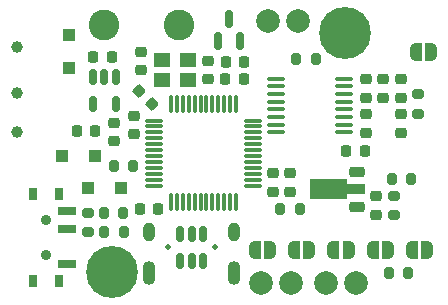
<source format=gbs>
G04 #@! TF.GenerationSoftware,KiCad,Pcbnew,8.0.1*
G04 #@! TF.CreationDate,2024-03-30T02:10:16+03:00*
G04 #@! TF.ProjectId,Piezo module,5069657a-6f20-46d6-9f64-756c652e6b69,rev?*
G04 #@! TF.SameCoordinates,Original*
G04 #@! TF.FileFunction,Soldermask,Bot*
G04 #@! TF.FilePolarity,Negative*
%FSLAX46Y46*%
G04 Gerber Fmt 4.6, Leading zero omitted, Abs format (unit mm)*
G04 Created by KiCad (PCBNEW 8.0.1) date 2024-03-30 02:10:16*
%MOMM*%
%LPD*%
G01*
G04 APERTURE LIST*
G04 Aperture macros list*
%AMRoundRect*
0 Rectangle with rounded corners*
0 $1 Rounding radius*
0 $2 $3 $4 $5 $6 $7 $8 $9 X,Y pos of 4 corners*
0 Add a 4 corners polygon primitive as box body*
4,1,4,$2,$3,$4,$5,$6,$7,$8,$9,$2,$3,0*
0 Add four circle primitives for the rounded corners*
1,1,$1+$1,$2,$3*
1,1,$1+$1,$4,$5*
1,1,$1+$1,$6,$7*
1,1,$1+$1,$8,$9*
0 Add four rect primitives between the rounded corners*
20,1,$1+$1,$2,$3,$4,$5,0*
20,1,$1+$1,$4,$5,$6,$7,0*
20,1,$1+$1,$6,$7,$8,$9,0*
20,1,$1+$1,$8,$9,$2,$3,0*%
%AMFreePoly0*
4,1,19,0.500000,-0.750000,0.000000,-0.750000,0.000000,-0.744911,-0.071157,-0.744911,-0.207708,-0.704816,-0.327430,-0.627875,-0.420627,-0.520320,-0.479746,-0.390866,-0.500000,-0.250000,-0.500000,0.250000,-0.479746,0.390866,-0.420627,0.520320,-0.327430,0.627875,-0.207708,0.704816,-0.071157,0.744911,0.000000,0.744911,0.000000,0.750000,0.500000,0.750000,0.500000,-0.750000,0.500000,-0.750000,
$1*%
%AMFreePoly1*
4,1,19,0.000000,0.744911,0.071157,0.744911,0.207708,0.704816,0.327430,0.627875,0.420627,0.520320,0.479746,0.390866,0.500000,0.250000,0.500000,-0.250000,0.479746,-0.390866,0.420627,-0.520320,0.327430,-0.627875,0.207708,-0.704816,0.071157,-0.744911,0.000000,-0.744911,0.000000,-0.750000,-0.500000,-0.750000,-0.500000,0.750000,0.000000,0.750000,0.000000,0.744911,0.000000,0.744911,
$1*%
%AMFreePoly2*
4,1,9,3.862500,-0.866500,0.737500,-0.866500,0.737500,-0.450000,-0.737500,-0.450000,-0.737500,0.450000,0.737500,0.450000,0.737500,0.866500,3.862500,0.866500,3.862500,-0.866500,3.862500,-0.866500,$1*%
G04 Aperture macros list end*
%ADD10C,2.000000*%
%ADD11C,2.600000*%
%ADD12C,0.700000*%
%ADD13C,4.400000*%
%ADD14C,0.500000*%
%ADD15O,1.090000X2.000000*%
%ADD16O,1.050000X1.600000*%
%ADD17RoundRect,0.200000X0.275000X-0.200000X0.275000X0.200000X-0.275000X0.200000X-0.275000X-0.200000X0*%
%ADD18RoundRect,0.150000X0.150000X-0.587500X0.150000X0.587500X-0.150000X0.587500X-0.150000X-0.587500X0*%
%ADD19C,1.000000*%
%ADD20RoundRect,0.225000X-0.250000X0.225000X-0.250000X-0.225000X0.250000X-0.225000X0.250000X0.225000X0*%
%ADD21RoundRect,0.100000X-0.637500X-0.100000X0.637500X-0.100000X0.637500X0.100000X-0.637500X0.100000X0*%
%ADD22RoundRect,0.225000X0.250000X-0.225000X0.250000X0.225000X-0.250000X0.225000X-0.250000X-0.225000X0*%
%ADD23FreePoly0,180.000000*%
%ADD24FreePoly1,180.000000*%
%ADD25RoundRect,0.218750X-0.256250X0.218750X-0.256250X-0.218750X0.256250X-0.218750X0.256250X0.218750X0*%
%ADD26RoundRect,0.200000X-0.200000X-0.275000X0.200000X-0.275000X0.200000X0.275000X-0.200000X0.275000X0*%
%ADD27RoundRect,0.150000X-0.150000X0.512500X-0.150000X-0.512500X0.150000X-0.512500X0.150000X0.512500X0*%
%ADD28RoundRect,0.200000X0.200000X0.275000X-0.200000X0.275000X-0.200000X-0.275000X0.200000X-0.275000X0*%
%ADD29R,1.400000X1.200000*%
%ADD30RoundRect,0.250000X-0.300000X0.300000X-0.300000X-0.300000X0.300000X-0.300000X0.300000X0.300000X0*%
%ADD31RoundRect,0.250000X-0.300000X-0.300000X0.300000X-0.300000X0.300000X0.300000X-0.300000X0.300000X0*%
%ADD32RoundRect,0.225000X0.225000X0.250000X-0.225000X0.250000X-0.225000X-0.250000X0.225000X-0.250000X0*%
%ADD33RoundRect,0.225000X-0.225000X-0.250000X0.225000X-0.250000X0.225000X0.250000X-0.225000X0.250000X0*%
%ADD34RoundRect,0.075000X-0.075000X0.662500X-0.075000X-0.662500X0.075000X-0.662500X0.075000X0.662500X0*%
%ADD35RoundRect,0.075000X-0.662500X0.075000X-0.662500X-0.075000X0.662500X-0.075000X0.662500X0.075000X0*%
%ADD36RoundRect,0.225000X-0.335876X-0.017678X-0.017678X-0.335876X0.335876X0.017678X0.017678X0.335876X0*%
%ADD37RoundRect,0.200000X-0.275000X0.200000X-0.275000X-0.200000X0.275000X-0.200000X0.275000X0.200000X0*%
%ADD38RoundRect,0.225000X0.425000X0.225000X-0.425000X0.225000X-0.425000X-0.225000X0.425000X-0.225000X0*%
%ADD39FreePoly2,180.000000*%
%ADD40FreePoly0,0.000000*%
%ADD41FreePoly1,0.000000*%
%ADD42C,0.900000*%
%ADD43R,1.500000X0.700000*%
%ADD44R,0.800000X1.000000*%
G04 APERTURE END LIST*
D10*
X160085500Y-112035000D03*
X162625500Y-112035000D03*
D11*
X141266500Y-90195000D03*
X147646500Y-90195000D03*
D12*
X160023500Y-90845000D03*
X160506774Y-89678274D03*
X160506774Y-92011726D03*
X161673500Y-89195000D03*
D13*
X161673500Y-90845000D03*
D12*
X161673500Y-92495000D03*
X162840226Y-89678274D03*
X162840226Y-92011726D03*
X163323500Y-90845000D03*
X140274500Y-111085000D03*
X140757774Y-109918274D03*
X140757774Y-112251726D03*
X141924500Y-109435000D03*
D13*
X141924500Y-111085000D03*
D12*
X141924500Y-112735000D03*
X143091226Y-109918274D03*
X143091226Y-112251726D03*
X143574500Y-111085000D03*
D14*
X150694500Y-109010000D03*
X146694500Y-109010000D03*
D15*
X152294500Y-111160000D03*
D16*
X152294500Y-107710000D03*
D15*
X145094500Y-111160000D03*
D16*
X145094500Y-107710000D03*
D10*
X154543500Y-112035000D03*
X157083500Y-112035000D03*
X155174500Y-89895000D03*
X157714500Y-89895000D03*
D17*
X167866000Y-97710000D03*
X167866000Y-96060000D03*
D18*
X152827500Y-91554500D03*
X150927500Y-91554500D03*
X151877500Y-89679500D03*
D19*
X133872000Y-99218000D03*
D20*
X164345000Y-104706000D03*
X164345000Y-106256000D03*
D21*
X155849500Y-99287500D03*
X155849500Y-98637500D03*
X155849500Y-97987500D03*
X155849500Y-97337500D03*
X155849500Y-96687500D03*
X155849500Y-96037500D03*
X155849500Y-95387500D03*
X155849500Y-94737500D03*
X161574500Y-94737500D03*
X161574500Y-95387500D03*
X161574500Y-96037500D03*
X161574500Y-96687500D03*
X161574500Y-97337500D03*
X161574500Y-97987500D03*
X161574500Y-98637500D03*
X161574500Y-99287500D03*
D22*
X144447500Y-94005000D03*
X144447500Y-92455000D03*
D20*
X155587000Y-102763500D03*
X155587000Y-104313500D03*
D23*
X168648000Y-109208000D03*
D24*
X167348000Y-109208000D03*
D25*
X166384500Y-97758500D03*
X166384500Y-99333500D03*
D20*
X157050000Y-102763500D03*
X157050000Y-104313500D03*
D26*
X141295000Y-107746000D03*
X142945000Y-107746000D03*
D27*
X147745000Y-107872500D03*
X148695000Y-107872500D03*
X149645000Y-107872500D03*
X149645000Y-110147500D03*
X148695000Y-110147500D03*
X147745000Y-110147500D03*
D28*
X157849000Y-105754000D03*
X156199000Y-105754000D03*
D27*
X140357000Y-94588000D03*
X141307000Y-94588000D03*
X142257000Y-94588000D03*
X142257000Y-96863000D03*
X140357000Y-96863000D03*
D29*
X146184500Y-93169000D03*
X148384500Y-93169000D03*
X148384500Y-94869000D03*
X146184500Y-94869000D03*
D30*
X138314000Y-91009000D03*
X138314000Y-93809000D03*
D19*
X133872000Y-92032000D03*
D31*
X137739001Y-101256000D03*
X140538999Y-101256000D03*
D19*
X133872000Y-95967000D03*
D31*
X139944500Y-103992000D03*
X142744500Y-103992000D03*
D17*
X165810000Y-106307000D03*
X165810000Y-104657000D03*
D32*
X163335500Y-100891001D03*
X161785500Y-100891001D03*
D20*
X163441500Y-94806000D03*
X163441500Y-96356000D03*
D33*
X140361000Y-92945000D03*
X141911000Y-92945000D03*
D26*
X142105000Y-102110000D03*
X143755000Y-102110000D03*
D33*
X151558000Y-94790000D03*
X153108000Y-94790000D03*
D20*
X166402500Y-94799000D03*
X166402500Y-96349000D03*
D23*
X168980500Y-92442000D03*
D24*
X167680500Y-92442000D03*
D28*
X167286000Y-103269000D03*
X165636000Y-103269000D03*
D26*
X157566000Y-93096499D03*
X159216000Y-93096499D03*
D23*
X155349000Y-109208000D03*
D24*
X154049000Y-109208000D03*
D32*
X140507000Y-99205000D03*
X138957000Y-99205000D03*
D34*
X146945000Y-96875000D03*
X147445000Y-96875000D03*
X147945000Y-96875000D03*
X148445000Y-96875000D03*
X148945000Y-96875000D03*
X149445000Y-96875000D03*
X149945000Y-96875000D03*
X150445000Y-96875000D03*
X150945000Y-96875000D03*
X151445000Y-96875000D03*
X151945000Y-96875000D03*
X152445000Y-96875000D03*
D35*
X153857500Y-98287500D03*
X153857500Y-98787500D03*
X153857500Y-99287500D03*
X153857500Y-99787500D03*
X153857500Y-100287500D03*
X153857500Y-100787500D03*
X153857500Y-101287500D03*
X153857500Y-101787500D03*
X153857500Y-102287500D03*
X153857500Y-102787500D03*
X153857500Y-103287500D03*
X153857500Y-103787500D03*
D34*
X152445000Y-105200000D03*
X151945000Y-105200000D03*
X151445000Y-105200000D03*
X150945000Y-105200000D03*
X150445000Y-105200000D03*
X149945000Y-105200000D03*
X149445000Y-105200000D03*
X148945000Y-105200000D03*
X148445000Y-105200000D03*
X147945000Y-105200000D03*
X147445000Y-105200000D03*
X146945000Y-105200000D03*
D35*
X145532500Y-103787500D03*
X145532500Y-103287500D03*
X145532500Y-102787500D03*
X145532500Y-102287500D03*
X145532500Y-101787500D03*
X145532500Y-101287500D03*
X145532500Y-100787500D03*
X145532500Y-100287500D03*
X145532500Y-99787500D03*
X145532500Y-99287500D03*
X145532500Y-98787500D03*
X145532500Y-98287500D03*
D23*
X158653000Y-109204000D03*
D24*
X157353000Y-109204000D03*
D23*
X165344000Y-109208000D03*
D24*
X164044000Y-109208000D03*
D26*
X141270000Y-106132000D03*
X142920000Y-106132000D03*
D36*
X144203492Y-95775992D03*
X145299508Y-96872008D03*
D37*
X139884000Y-106092000D03*
X139884000Y-107742000D03*
D38*
X162710500Y-102622000D03*
D39*
X162623000Y-104122000D03*
D38*
X162710500Y-105622000D03*
D20*
X164920500Y-94805000D03*
X164920500Y-96355000D03*
D26*
X165393000Y-111189000D03*
X167043000Y-111189000D03*
D20*
X163446500Y-97771500D03*
X163446500Y-99321500D03*
X150114500Y-93244000D03*
X150114500Y-94794000D03*
D40*
X160704000Y-109208000D03*
D41*
X162004000Y-109208000D03*
D42*
X136364500Y-109685000D03*
X136364500Y-106685000D03*
D43*
X138124500Y-110435000D03*
X138124500Y-107435000D03*
X138124500Y-105935000D03*
D44*
X135264500Y-111835000D03*
X137474500Y-111835000D03*
X135264500Y-104535000D03*
X137474500Y-104535000D03*
D22*
X143814000Y-99414000D03*
X143814000Y-97864000D03*
D33*
X144290000Y-105789000D03*
X145840000Y-105789000D03*
D20*
X142092000Y-98483000D03*
X142092000Y-100033000D03*
D33*
X151570500Y-93323000D03*
X153120500Y-93323000D03*
M02*

</source>
